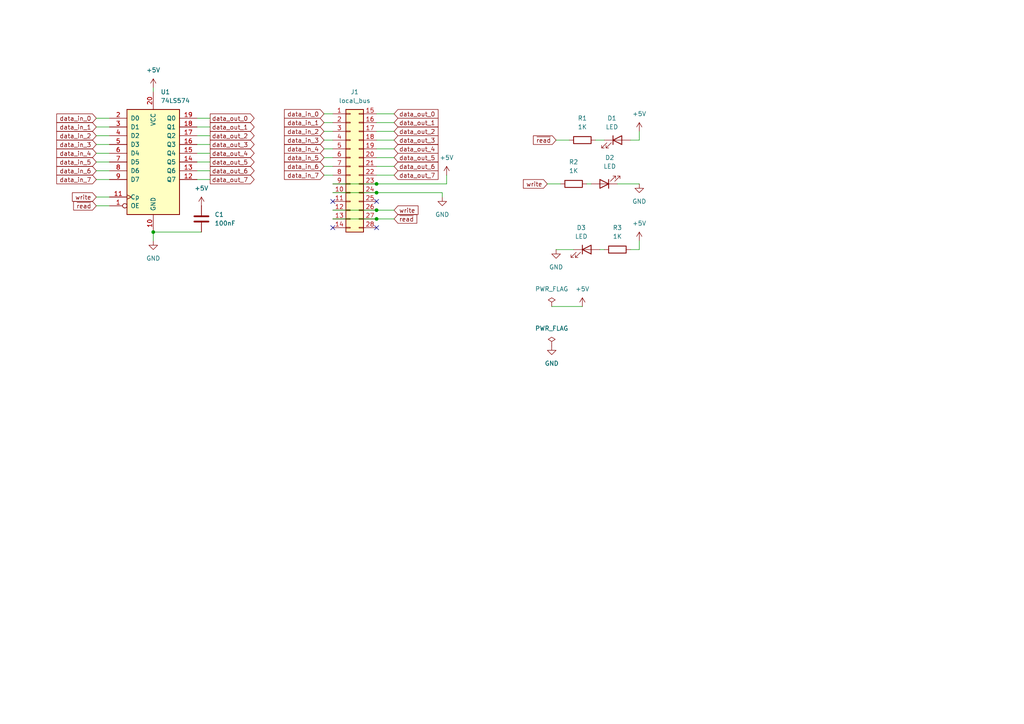
<source format=kicad_sch>
(kicad_sch (version 20250114) (generator "eeschema") (generator_version "9.0")
  (paper "A4")
  (lib_symbols
    (symbol "+5V_1" (power) (pin_numbers (hide yes)) (pin_names (offset 0) (hide yes))
      (property "Value" "+5V" (at 0 3.556 0))
      (symbol "+5V_1_0_1"
        (polyline (pts (xy -0.762 1.27) (xy 0 2.54)))
        (polyline (pts (xy 0 2.54) (xy 0.762 1.27)))
        (polyline (pts (xy 0 0) (xy 0 2.54)))
      )
      (symbol "+5V_1_1_1"
        (pin power_in line (at 0 0 90) (length 0) (name "~") (number "1"))
      )
    )
    (symbol "+5V_2" (power) (pin_numbers (hide yes)) (pin_names (offset 0) (hide yes))
      (property "Value" "+5V" (at 0 3.556 0))
      (symbol "+5V_2_0_1"
        (polyline (pts (xy -0.762 1.27) (xy 0 2.54)))
        (polyline (pts (xy 0 2.54) (xy 0.762 1.27)))
        (polyline (pts (xy 0 0) (xy 0 2.54)))
      )
      (symbol "+5V_2_1_1"
        (pin power_in line (at 0 0 90) (length 0) (name "~") (number "1"))
      )
    )
    (symbol "+5V_3" (power) (pin_numbers (hide yes)) (pin_names (offset 0) (hide yes))
      (property "Value" "+5V" (at 0 3.556 0))
      (symbol "+5V_3_0_1"
        (polyline (pts (xy -0.762 1.27) (xy 0 2.54)))
        (polyline (pts (xy 0 2.54) (xy 0.762 1.27)))
        (polyline (pts (xy 0 0) (xy 0 2.54)))
      )
      (symbol "+5V_3_1_1"
        (pin power_in line (at 0 0 90) (length 0) (name "~") (number "1"))
      )
    )
    (symbol "+5V_4" (power) (pin_numbers (hide yes)) (pin_names (offset 0) (hide yes))
      (property "Value" "+5V" (at 0 3.556 0))
      (symbol "+5V_4_0_1"
        (polyline (pts (xy -0.762 1.27) (xy 0 2.54)))
        (polyline (pts (xy 0 2.54) (xy 0.762 1.27)))
        (polyline (pts (xy 0 0) (xy 0 2.54)))
      )
      (symbol "+5V_4_1_1"
        (pin power_in line (at 0 0 90) (length 0) (name "~") (number "1"))
      )
    )
    (symbol "+5V_5" (power) (pin_numbers (hide yes)) (pin_names (offset 0) (hide yes))
      (property "Value" "+5V" (at 0 3.556 0))
      (symbol "+5V_5_0_1"
        (polyline (pts (xy -0.762 1.27) (xy 0 2.54)))
        (polyline (pts (xy 0 2.54) (xy 0.762 1.27)))
        (polyline (pts (xy 0 0) (xy 0 2.54)))
      )
      (symbol "+5V_5_1_1"
        (pin power_in line (at 0 0 90) (length 0) (name "~") (number "1"))
      )
    )
    (symbol "74xx:74LS574" (pin_names (offset 1.016))
      (property "Reference" "U" (at -7.62 16.51 0))
      (property "Value" "74LS574" (at -7.62 -16.51 0))
      (symbol "74LS574_1_0"
        (pin input line (at -12.7 12.7 0) (length 5.08) (name "D0") (number "2"))
        (pin input line (at -12.7 10.16 0) (length 5.08) (name "D1") (number "3"))
        (pin input line (at -12.7 7.62 0) (length 5.08) (name "D2") (number "4"))
        (pin input line (at -12.7 5.08 0) (length 5.08) (name "D3") (number "5"))
        (pin input line (at -12.7 2.54 0) (length 5.08) (name "D4") (number "6"))
        (pin input line (at -12.7 0 0) (length 5.08) (name "D5") (number "7"))
        (pin input line (at -12.7 -2.54 0) (length 5.08) (name "D6") (number "8"))
        (pin input line (at -12.7 -5.08 0) (length 5.08) (name "D7") (number "9"))
        (pin input clock (at -12.7 -10.16 0) (length 5.08) (name "Cp") (number "11"))
        (pin input inverted (at -12.7 -12.7 0) (length 5.08) (name "OE") (number "1"))
        (pin power_in line (at 0 20.32 270) (length 5.08) (name "VCC") (number "20"))
        (pin power_in line (at 0 -20.32 90) (length 5.08) (name "GND") (number "10"))
        (pin tri_state line (at 12.7 12.7 180) (length 5.08) (name "Q0") (number "19"))
        (pin tri_state line (at 12.7 10.16 180) (length 5.08) (name "Q1") (number "18"))
        (pin tri_state line (at 12.7 7.62 180) (length 5.08) (name "Q2") (number "17"))
        (pin tri_state line (at 12.7 5.08 180) (length 5.08) (name "Q3") (number "16"))
        (pin tri_state line (at 12.7 2.54 180) (length 5.08) (name "Q4") (number "15"))
        (pin tri_state line (at 12.7 0 180) (length 5.08) (name "Q5") (number "14"))
        (pin tri_state line (at 12.7 -2.54 180) (length 5.08) (name "Q6") (number "13"))
        (pin tri_state line (at 12.7 -5.08 180) (length 5.08) (name "Q7") (number "12"))
      )
      (symbol "74LS574_1_1"
        (rectangle (start -7.62 15.24) (end 7.62 -15.24) (stroke (width 0.254)) (fill (type background)))
      )
    )
    (symbol "Connector_Generic:Conn_02x14_Top_Bottom" (pin_names (offset 1.016) (hide yes))
      (property "Reference" "J" (at 1.27 17.78 0))
      (property "Value" "Conn_02x14_Top_Bottom" (at 1.27 -20.32 0))
      (symbol "Conn_02x14_Top_Bottom_1_1"
        (rectangle (start -1.27 16.51) (end 3.81 -19.05) (stroke (width 0.254)) (fill (type background)))
        (rectangle (start -1.27 15.367) (end 0 15.113) (stroke (width 0.1524)))
        (rectangle (start -1.27 12.827) (end 0 12.573) (stroke (width 0.1524)))
        (rectangle (start -1.27 10.287) (end 0 10.033) (stroke (width 0.1524)))
        (rectangle (start -1.27 7.747) (end 0 7.493) (stroke (width 0.1524)))
        (rectangle (start -1.27 5.207) (end 0 4.953) (stroke (width 0.1524)))
        (rectangle (start -1.27 2.667) (end 0 2.413) (stroke (width 0.1524)))
        (rectangle (start -1.27 0.127) (end 0 -0.127) (stroke (width 0.1524)))
        (rectangle (start -1.27 -2.413) (end 0 -2.667) (stroke (width 0.1524)))
        (rectangle (start -1.27 -4.953) (end 0 -5.207) (stroke (width 0.1524)))
        (rectangle (start -1.27 -7.493) (end 0 -7.747) (stroke (width 0.1524)))
        (rectangle (start -1.27 -10.033) (end 0 -10.287) (stroke (width 0.1524)))
        (rectangle (start -1.27 -12.573) (end 0 -12.827) (stroke (width 0.1524)))
        (rectangle (start -1.27 -15.113) (end 0 -15.367) (stroke (width 0.1524)))
        (rectangle (start -1.27 -17.653) (end 0 -17.907) (stroke (width 0.1524)))
        (rectangle (start 3.81 15.367) (end 2.54 15.113) (stroke (width 0.1524)))
        (rectangle (start 3.81 12.827) (end 2.54 12.573) (stroke (width 0.1524)))
        (rectangle (start 3.81 10.287) (end 2.54 10.033) (stroke (width 0.1524)))
        (rectangle (start 3.81 7.747) (end 2.54 7.493) (stroke (width 0.1524)))
        (rectangle (start 3.81 5.207) (end 2.54 4.953) (stroke (width 0.1524)))
        (rectangle (start 3.81 2.667) (end 2.54 2.413) (stroke (width 0.1524)))
        (rectangle (start 3.81 0.127) (end 2.54 -0.127) (stroke (width 0.1524)))
        (rectangle (start 3.81 -2.413) (end 2.54 -2.667) (stroke (width 0.1524)))
        (rectangle (start 3.81 -4.953) (end 2.54 -5.207) (stroke (width 0.1524)))
        (rectangle (start 3.81 -7.493) (end 2.54 -7.747) (stroke (width 0.1524)))
        (rectangle (start 3.81 -10.033) (end 2.54 -10.287) (stroke (width 0.1524)))
        (rectangle (start 3.81 -12.573) (end 2.54 -12.827) (stroke (width 0.1524)))
        (rectangle (start 3.81 -15.113) (end 2.54 -15.367) (stroke (width 0.1524)))
        (rectangle (start 3.81 -17.653) (end 2.54 -17.907) (stroke (width 0.1524)))
        (pin passive line (at -5.08 15.24 0) (length 3.81) (name "Pin_1") (number "1"))
        (pin passive line (at -5.08 12.7 0) (length 3.81) (name "Pin_2") (number "2"))
        (pin passive line (at -5.08 10.16 0) (length 3.81) (name "Pin_3") (number "3"))
        (pin passive line (at -5.08 7.62 0) (length 3.81) (name "Pin_4") (number "4"))
        (pin passive line (at -5.08 5.08 0) (length 3.81) (name "Pin_5") (number "5"))
        (pin passive line (at -5.08 2.54 0) (length 3.81) (name "Pin_6") (number "6"))
        (pin passive line (at -5.08 0 0) (length 3.81) (name "Pin_7") (number "7"))
        (pin passive line (at -5.08 -2.54 0) (length 3.81) (name "Pin_8") (number "8"))
        (pin passive line (at -5.08 -5.08 0) (length 3.81) (name "Pin_9") (number "9"))
        (pin passive line (at -5.08 -7.62 0) (length 3.81) (name "Pin_10") (number "10"))
        (pin passive line (at -5.08 -10.16 0) (length 3.81) (name "Pin_11") (number "11"))
        (pin passive line (at -5.08 -12.7 0) (length 3.81) (name "Pin_12") (number "12"))
        (pin passive line (at -5.08 -15.24 0) (length 3.81) (name "Pin_13") (number "13"))
        (pin passive line (at -5.08 -17.78 0) (length 3.81) (name "Pin_14") (number "14"))
        (pin passive line (at 7.62 15.24 180) (length 3.81) (name "Pin_15") (number "15"))
        (pin passive line (at 7.62 12.7 180) (length 3.81) (name "Pin_16") (number "16"))
        (pin passive line (at 7.62 10.16 180) (length 3.81) (name "Pin_17") (number "17"))
        (pin passive line (at 7.62 7.62 180) (length 3.81) (name "Pin_18") (number "18"))
        (pin passive line (at 7.62 5.08 180) (length 3.81) (name "Pin_19") (number "19"))
        (pin passive line (at 7.62 2.54 180) (length 3.81) (name "Pin_20") (number "20"))
        (pin passive line (at 7.62 0 180) (length 3.81) (name "Pin_21") (number "21"))
        (pin passive line (at 7.62 -2.54 180) (length 3.81) (name "Pin_22") (number "22"))
        (pin passive line (at 7.62 -5.08 180) (length 3.81) (name "Pin_23") (number "23"))
        (pin passive line (at 7.62 -7.62 180) (length 3.81) (name "Pin_24") (number "24"))
        (pin passive line (at 7.62 -10.16 180) (length 3.81) (name "Pin_25") (number "25"))
        (pin passive line (at 7.62 -12.7 180) (length 3.81) (name "Pin_26") (number "26"))
        (pin passive line (at 7.62 -15.24 180) (length 3.81) (name "Pin_27") (number "27"))
        (pin passive line (at 7.62 -17.78 180) (length 3.81) (name "Pin_28") (number "28"))
      )
    )
    (symbol "Device:C" (pin_numbers (hide yes)) (pin_names (offset 0.254))
      (property "Reference" "C" (at 0.635 2.54 0))
      (property "Value" "C" (at 0.635 -2.54 0))
      (symbol "C_0_1"
        (polyline (pts (xy -2.032 0.762) (xy 2.032 0.762)) (stroke (width 0.508)))
        (polyline (pts (xy -2.032 -0.762) (xy 2.032 -0.762)) (stroke (width 0.508)))
      )
      (symbol "C_1_1"
        (pin passive line (at 0 3.81 270) (length 2.794) (name "~") (number "1"))
        (pin passive line (at 0 -3.81 90) (length 2.794) (name "~") (number "2"))
      )
    )
    (symbol "Device:LED" (pin_numbers (hide yes)) (pin_names (offset 1.016) (hide yes))
      (property "Reference" "D" (at 0 2.54 0))
      (property "Value" "LED" (at 0 -2.54 0))
      (symbol "LED_0_1"
        (polyline (pts (xy -3.048 -0.762) (xy -4.572 -2.286) (xy -3.81 -2.286) (xy -4.572 -2.286) (xy -4.572 -1.524)))
        (polyline (pts (xy -1.778 -0.762) (xy -3.302 -2.286) (xy -2.54 -2.286) (xy -3.302 -2.286) (xy -3.302 -1.524)))
        (polyline (pts (xy -1.27 0) (xy 1.27 0)))
        (polyline (pts (xy -1.27 -1.27) (xy -1.27 1.27)) (stroke (width 0.254)))
        (polyline (pts (xy 1.27 -1.27) (xy 1.27 1.27) (xy -1.27 0) (xy 1.27 -1.27)) (stroke (width 0.254)))
      )
      (symbol "LED_1_1"
        (pin passive line (at -3.81 0 0) (length 2.54) (name "K") (number "1"))
        (pin passive line (at 3.81 0 180) (length 2.54) (name "A") (number "2"))
      )
    )
    (symbol "Device:R" (pin_numbers (hide yes)) (pin_names (offset 0))
      (property "Reference" "R" (at 2.032 0 90))
      (property "Value" "R" (at 0 0 90))
      (symbol "R_0_1"
        (rectangle (start -1.016 -2.54) (end 1.016 2.54) (stroke (width 0.254)))
      )
      (symbol "R_1_1"
        (pin passive line (at 0 3.81 270) (length 1.27) (name "~") (number "1"))
        (pin passive line (at 0 -3.81 90) (length 1.27) (name "~") (number "2"))
      )
    )
    (symbol "GND_1" (power) (pin_numbers (hide yes)) (pin_names (offset 0) (hide yes))
      (property "Value" "GND" (at 0 -3.81 0))
      (symbol "GND_1_0_1"
        (polyline (pts (xy 0 0) (xy 0 -1.27) (xy 1.27 -1.27) (xy 0 -2.54) (xy -1.27 -1.27) (xy 0 -1.27)))
      )
      (symbol "GND_1_1_1"
        (pin power_in line (at 0 0 270) (length 0) (name "~") (number "1"))
      )
    )
    (symbol "GND_2" (power) (pin_numbers (hide yes)) (pin_names (offset 0) (hide yes))
      (property "Value" "GND" (at 0 -3.81 0))
      (symbol "GND_2_0_1"
        (polyline (pts (xy 0 0) (xy 0 -1.27) (xy 1.27 -1.27) (xy 0 -2.54) (xy -1.27 -1.27) (xy 0 -1.27)))
      )
      (symbol "GND_2_1_1"
        (pin power_in line (at 0 0 270) (length 0) (name "~") (number "1"))
      )
    )
    (symbol "GND_3" (power) (pin_numbers (hide yes)) (pin_names (offset 0) (hide yes))
      (property "Value" "GND" (at 0 -3.81 0))
      (symbol "GND_3_0_1"
        (polyline (pts (xy 0 0) (xy 0 -1.27) (xy 1.27 -1.27) (xy 0 -2.54) (xy -1.27 -1.27) (xy 0 -1.27)))
      )
      (symbol "GND_3_1_1"
        (pin power_in line (at 0 0 270) (length 0) (name "~") (number "1"))
      )
    )
    (symbol "GND_4" (power) (pin_numbers (hide yes)) (pin_names (offset 0) (hide yes))
      (property "Value" "GND" (at 0 -3.81 0))
      (symbol "GND_4_0_1"
        (polyline (pts (xy 0 0) (xy 0 -1.27) (xy 1.27 -1.27) (xy 0 -2.54) (xy -1.27 -1.27) (xy 0 -1.27)))
      )
      (symbol "GND_4_1_1"
        (pin power_in line (at 0 0 270) (length 0) (name "~") (number "1"))
      )
    )
    (symbol "power:PWR_FLAG" (power) (pin_numbers (hide yes)) (pin_names (offset 0) (hide yes))
      (property "Value" "PWR_FLAG" (at 0 3.81 0))
      (symbol "PWR_FLAG_0_0"
        (pin power_out line (at 0 0 90) (length 0) (name "~") (number "1"))
      )
      (symbol "PWR_FLAG_0_1"
        (polyline (pts (xy 0 0) (xy 0 1.27) (xy -1.016 1.905) (xy 0 2.54) (xy 1.016 1.905) (xy 0 1.27)))
      )
    )
  )
  (junction (at 109.22 53.34))
  (junction (at 109.22 55.88))
  (junction (at 109.22 60.96))
  (junction (at 44.45 67.31))
  (junction (at 109.22 63.5))
  (no_connect (at 109.22 58.42))
  (no_connect (at 96.52 58.42))
  (no_connect (at 109.22 66.04))
  (no_connect (at 96.52 66.04))
  (wire (pts (xy 185.42 38.1) (xy 185.42 40.64)))
  (wire (pts (xy 27.94 34.29) (xy 31.75 34.29)))
  (wire (pts (xy 109.22 63.5) (xy 114.3 63.5)))
  (wire (pts (xy 93.98 40.64) (xy 96.52 40.64)))
  (wire (pts (xy 96.52 55.88) (xy 109.22 55.88)))
  (wire (pts (xy 57.15 44.45) (xy 60.96 44.45)))
  (wire (pts (xy 27.94 41.91) (xy 31.75 41.91)))
  (wire (pts (xy 128.27 55.88) (xy 128.27 57.15)))
  (wire (pts (xy 57.15 41.91) (xy 60.96 41.91)))
  (wire (pts (xy 57.15 52.07) (xy 60.96 52.07)))
  (wire (pts (xy 93.98 48.26) (xy 96.52 48.26)))
  (wire (pts (xy 93.98 35.56) (xy 96.52 35.56)))
  (wire (pts (xy 27.94 39.37) (xy 31.75 39.37)))
  (wire (pts (xy 109.22 35.56) (xy 114.3 35.56)))
  (wire (pts (xy 173.99 72.39) (xy 175.26 72.39)))
  (wire (pts (xy 44.45 67.31) (xy 58.42 67.31)))
  (wire (pts (xy 57.15 49.53) (xy 60.96 49.53)))
  (wire (pts (xy 170.18 53.34) (xy 171.45 53.34)))
  (wire (pts (xy 109.22 38.1) (xy 114.3 38.1)))
  (wire (pts (xy 27.94 59.69) (xy 31.75 59.69)))
  (wire (pts (xy 27.94 46.99) (xy 31.75 46.99)))
  (wire (pts (xy 57.15 34.29) (xy 60.96 34.29)))
  (wire (pts (xy 57.15 39.37) (xy 60.96 39.37)))
  (wire (pts (xy 109.22 33.02) (xy 114.3 33.02)))
  (wire (pts (xy 109.22 55.88) (xy 128.27 55.88)))
  (wire (pts (xy 158.75 53.34) (xy 162.56 53.34)))
  (wire (pts (xy 109.22 53.34) (xy 129.54 53.34)))
  (wire (pts (xy 109.22 48.26) (xy 114.3 48.26)))
  (wire (pts (xy 27.94 57.15) (xy 31.75 57.15)))
  (wire (pts (xy 109.22 60.96) (xy 114.3 60.96)))
  (wire (pts (xy 179.07 53.34) (xy 185.42 53.34)))
  (wire (pts (xy 182.88 40.64) (xy 185.42 40.64)))
  (wire (pts (xy 161.29 40.64) (xy 165.1 40.64)))
  (wire (pts (xy 93.98 45.72) (xy 96.52 45.72)))
  (wire (pts (xy 44.45 69.85) (xy 44.45 67.31)))
  (wire (pts (xy 129.54 53.34) (xy 129.54 50.8)))
  (wire (pts (xy 93.98 38.1) (xy 96.52 38.1)))
  (wire (pts (xy 185.42 72.39) (xy 182.88 72.39)))
  (wire (pts (xy 93.98 43.18) (xy 96.52 43.18)))
  (wire (pts (xy 109.22 50.8) (xy 114.3 50.8)))
  (wire (pts (xy 185.42 69.85) (xy 185.42 72.39)))
  (wire (pts (xy 57.15 36.83) (xy 60.96 36.83)))
  (wire (pts (xy 27.94 44.45) (xy 31.75 44.45)))
  (wire (pts (xy 172.72 40.64) (xy 175.26 40.64)))
  (wire (pts (xy 57.15 46.99) (xy 60.96 46.99)))
  (wire (pts (xy 27.94 52.07) (xy 31.75 52.07)))
  (wire (pts (xy 96.52 53.34) (xy 109.22 53.34)))
  (wire (pts (xy 93.98 33.02) (xy 96.52 33.02)))
  (wire (pts (xy 160.02 88.9) (xy 168.91 88.9)))
  (wire (pts (xy 93.98 50.8) (xy 96.52 50.8)))
  (wire (pts (xy 27.94 36.83) (xy 31.75 36.83)))
  (wire (pts (xy 96.52 60.96) (xy 109.22 60.96)))
  (wire (pts (xy 109.22 40.64) (xy 114.3 40.64)))
  (wire (pts (xy 109.22 43.18) (xy 114.3 43.18)))
  (wire (pts (xy 44.45 25.4) (xy 44.45 26.67)))
  (wire (pts (xy 109.22 45.72) (xy 114.3 45.72)))
  (wire (pts (xy 27.94 49.53) (xy 31.75 49.53)))
  (wire (pts (xy 161.29 72.39) (xy 166.37 72.39)))
  (wire (pts (xy 96.52 63.5) (xy 109.22 63.5)))
  (global_label "data_out_2" (shape input) (at 114.3 38.1 0) (property "Intersheetrefs" "${INTERSHEET_REFS}" (effects (hide yes))))
  (global_label "data_in_2" (shape input) (at 27.94 39.37 180) (property "Intersheetrefs" "${INTERSHEET_REFS}" (effects (hide yes))))
  (global_label "data_out_4" (shape output) (at 60.96 44.45 0) (property "Intersheetrefs" "${INTERSHEET_REFS}" (effects (hide yes))))
  (global_label "data_out_5" (shape output) (at 60.96 46.99 0) (property "Intersheetrefs" "${INTERSHEET_REFS}" (effects (hide yes))))
  (global_label "data_in_3" (shape input) (at 27.94 41.91 180) (property "Intersheetrefs" "${INTERSHEET_REFS}" (effects (hide yes))))
  (global_label "data_in_2" (shape input) (at 93.98 38.1 180) (property "Intersheetrefs" "${INTERSHEET_REFS}" (effects (hide yes))))
  (global_label "~{read}" (shape input) (at 114.3 63.5 0) (property "Intersheetrefs" "${INTERSHEET_REFS}" (effects (hide yes))))
  (global_label "data_in_1" (shape input) (at 27.94 36.83 180) (property "Intersheetrefs" "${INTERSHEET_REFS}" (effects (hide yes))))
  (global_label "data_out_0" (shape input) (at 114.3 33.02 0) (property "Intersheetrefs" "${INTERSHEET_REFS}" (effects (hide yes))))
  (global_label "data_in_1" (shape input) (at 93.98 35.56 180) (property "Intersheetrefs" "${INTERSHEET_REFS}" (effects (hide yes))))
  (global_label "data_in_0" (shape input) (at 27.94 34.29 180) (property "Intersheetrefs" "${INTERSHEET_REFS}" (effects (hide yes))))
  (global_label "data_in_6" (shape input) (at 93.98 48.26 180) (property "Intersheetrefs" "${INTERSHEET_REFS}" (effects (hide yes))))
  (global_label "data_in_4" (shape input) (at 27.94 44.45 180) (property "Intersheetrefs" "${INTERSHEET_REFS}" (effects (hide yes))))
  (global_label "data_in_7" (shape input) (at 27.94 52.07 180) (property "Intersheetrefs" "${INTERSHEET_REFS}" (effects (hide yes))))
  (global_label "data_in_5" (shape input) (at 93.98 45.72 180) (property "Intersheetrefs" "${INTERSHEET_REFS}" (effects (hide yes))))
  (global_label "data_out_4" (shape input) (at 114.3 43.18 0) (property "Intersheetrefs" "${INTERSHEET_REFS}" (effects (hide yes))))
  (global_label "data_out_3" (shape input) (at 114.3 40.64 0) (property "Intersheetrefs" "${INTERSHEET_REFS}" (effects (hide yes))))
  (global_label "data_out_6" (shape input) (at 114.3 48.26 0) (property "Intersheetrefs" "${INTERSHEET_REFS}" (effects (hide yes))))
  (global_label "data_in_3" (shape input) (at 93.98 40.64 180) (property "Intersheetrefs" "${INTERSHEET_REFS}" (effects (hide yes))))
  (global_label "data_out_2" (shape output) (at 60.96 39.37 0) (property "Intersheetrefs" "${INTERSHEET_REFS}" (effects (hide yes))))
  (global_label "data_out_3" (shape output) (at 60.96 41.91 0) (property "Intersheetrefs" "${INTERSHEET_REFS}" (effects (hide yes))))
  (global_label "data_in_4" (shape input) (at 93.98 43.18 180) (property "Intersheetrefs" "${INTERSHEET_REFS}" (effects (hide yes))))
  (global_label "data_out_1" (shape input) (at 114.3 35.56 0) (property "Intersheetrefs" "${INTERSHEET_REFS}" (effects (hide yes))))
  (global_label "data_out_7" (shape output) (at 60.96 52.07 0) (property "Intersheetrefs" "${INTERSHEET_REFS}" (effects (hide yes))))
  (global_label "write" (shape input) (at 158.75 53.34 180) (property "Intersheetrefs" "${INTERSHEET_REFS}" (effects (hide yes))))
  (global_label "data_in_6" (shape input) (at 27.94 49.53 180) (property "Intersheetrefs" "${INTERSHEET_REFS}" (effects (hide yes))))
  (global_label "data_out_7" (shape input) (at 114.3 50.8 0) (property "Intersheetrefs" "${INTERSHEET_REFS}" (effects (hide yes))))
  (global_label "~{read}" (shape input) (at 27.94 59.69 180) (property "Intersheetrefs" "${INTERSHEET_REFS}" (effects (hide yes))))
  (global_label "data_out_5" (shape input) (at 114.3 45.72 0) (property "Intersheetrefs" "${INTERSHEET_REFS}" (effects (hide yes))))
  (global_label "write" (shape input) (at 114.3 60.96 0) (property "Intersheetrefs" "${INTERSHEET_REFS}" (effects (hide yes))))
  (global_label "data_out_0" (shape output) (at 60.96 34.29 0) (property "Intersheetrefs" "${INTERSHEET_REFS}" (effects (hide yes))))
  (global_label "data_in_7" (shape input) (at 93.98 50.8 180) (property "Intersheetrefs" "${INTERSHEET_REFS}" (effects (hide yes))))
  (global_label "data_in_0" (shape input) (at 93.98 33.02 180) (property "Intersheetrefs" "${INTERSHEET_REFS}" (effects (hide yes))))
  (global_label "write" (shape input) (at 27.94 57.15 180) (property "Intersheetrefs" "${INTERSHEET_REFS}" (effects (hide yes))))
  (global_label "data_in_5" (shape input) (at 27.94 46.99 180) (property "Intersheetrefs" "${INTERSHEET_REFS}" (effects (hide yes))))
  (global_label "~{read}" (shape input) (at 161.29 40.64 180) (property "Intersheetrefs" "${INTERSHEET_REFS}" (effects (hide yes))))
  (global_label "data_out_1" (shape output) (at 60.96 36.83 0) (property "Intersheetrefs" "${INTERSHEET_REFS}" (effects (hide yes))))
  (global_label "data_out_6" (shape output) (at 60.96 49.53 0) (property "Intersheetrefs" "${INTERSHEET_REFS}" (effects (hide yes))))
  (symbol (lib_name "GND_4") (lib_id "power:GND") (at 185.42 53.34 0) (unit 1)
    (property "Reference" "#PWR09" (effects (hide yes)))
    (property "Value" "GND" (at 185.42 58.42 0))
    (property "Description" "Power symbol creates a global label with name \"GND\" , ground" (effects (hide yes)))
  )
  (symbol (lib_id "Device:LED") (at 179.07 40.64 0) (unit 1)
    (property "Reference" "D1" (at 177.4825 34.29 0))
    (property "Value" "LED" (at 177.4825 36.83 0))
    (property "Footprint" "LED_THT:LED_D5.0mm" (effects (hide yes)))
    (property "Description" "Light emitting diode" (effects (hide yes)))
    (property "Sim.Pins" "1=K 2=A" (effects (hide yes)))
  )
  (symbol (lib_name "+5V_1") (lib_id "power:+5V") (at 44.45 25.4 0) (unit 1)
    (property "Reference" "#PWR01" (effects (hide yes)))
    (property "Value" "+5V" (at 44.45 20.32 0))
    (property "Description" "Power symbol creates a global label with name \"+5V\"" (effects (hide yes)))
  )
  (symbol (lib_id "Device:LED") (at 170.18 72.39 0) (unit 1)
    (property "Reference" "D3" (at 168.5925 66.04 0))
    (property "Value" "LED" (at 168.5925 68.58 0))
    (property "Footprint" "LED_THT:LED_D5.0mm" (effects (hide yes)))
    (property "Description" "Light emitting diode" (effects (hide yes)))
    (property "Sim.Pins" "1=K 2=A" (effects (hide yes)))
  )
  (symbol (lib_name "GND_1") (lib_id "power:GND") (at 128.27 57.15 0) (unit 1)
    (property "Reference" "#PWR03" (effects (hide yes)))
    (property "Value" "GND" (at 128.27 62.23 0))
    (property "Description" "Power symbol creates a global label with name \"GND\" , ground" (effects (hide yes)))
  )
  (symbol (lib_name "+5V_4") (lib_id "power:+5V") (at 58.42 59.69 0) (unit 1)
    (property "Reference" "#PWR07" (effects (hide yes)))
    (property "Value" "+5V" (at 58.42 54.61 0))
    (property "Description" "Power symbol creates a global label with name \"+5V\"" (effects (hide yes)))
  )
  (symbol (lib_id "Device:R") (at 168.91 40.64 90) (unit 1)
    (property "Reference" "R1" (at 168.91 34.29 90))
    (property "Value" "1K" (at 168.91 36.83 90))
    (property "Footprint" "Resistor_THT:R_Axial_DIN0207_L6.3mm_D2.5mm_P7.62mm_Horizontal" (effects (hide yes)))
  )
  (symbol (lib_id "Connector_Generic:Conn_02x14_Top_Bottom") (at 101.6 48.26 0) (unit 1)
    (property "Reference" "J1" (at 102.87 26.67 0))
    (property "Value" "local_bus" (at 102.87 29.21 0))
    (property "Footprint" "edge_connector:edge-conector-14" (effects (hide yes)))
  )
  (symbol (lib_id "Device:R") (at 166.37 53.34 90) (unit 1)
    (property "Reference" "R2" (at 166.37 46.99 90))
    (property "Value" "1K" (at 166.37 49.53 90))
    (property "Footprint" "Resistor_THT:R_Axial_DIN0207_L6.3mm_D2.5mm_P7.62mm_Horizontal" (effects (hide yes)))
  )
  (symbol (lib_id "Device:R") (at 179.07 72.39 90) (unit 1)
    (property "Reference" "R3" (at 179.07 66.04 90))
    (property "Value" "1K" (at 179.07 68.58 90))
    (property "Footprint" "Resistor_THT:R_Axial_DIN0207_L6.3mm_D2.5mm_P7.62mm_Horizontal" (effects (hide yes)))
  )
  (symbol (lib_name "GND_3") (lib_id "power:GND") (at 44.45 69.85 0) (unit 1)
    (property "Reference" "#PWR06" (effects (hide yes)))
    (property "Value" "GND" (at 44.45 74.93 0))
    (property "Description" "Power symbol creates a global label with name \"GND\" , ground" (effects (hide yes)))
  )
  (symbol (lib_name "+5V_5") (lib_id "power:+5V") (at 185.42 38.1 0) (unit 1)
    (property "Reference" "#PWR08" (effects (hide yes)))
    (property "Value" "+5V" (at 185.42 33.02 0))
    (property "Description" "Power symbol creates a global label with name \"+5V\"" (effects (hide yes)))
  )
  (symbol (lib_name "+5V_3") (lib_id "power:+5V") (at 168.91 88.9 0) (unit 1)
    (property "Reference" "#PWR04" (effects (hide yes)))
    (property "Value" "+5V" (at 168.91 83.82 0))
    (property "Description" "Power symbol creates a global label with name \"+5V\"" (effects (hide yes)))
  )
  (symbol (lib_name "+5V_2") (lib_id "power:+5V") (at 129.54 50.8 0) (unit 1)
    (property "Reference" "#PWR02" (effects (hide yes)))
    (property "Value" "+5V" (at 129.54 45.72 0))
    (property "Description" "Power symbol creates a global label with name \"+5V\"" (effects (hide yes)))
  )
  (symbol (lib_name "+5V_5") (lib_id "power:+5V") (at 185.42 69.85 0) (unit 1)
    (property "Reference" "#PWR011" (effects (hide yes)))
    (property "Value" "+5V" (at 185.42 64.77 0))
    (property "Description" "Power symbol creates a global label with name \"+5V\"" (effects (hide yes)))
  )
  (symbol (lib_name "GND_4") (lib_id "power:GND") (at 161.29 72.39 0) (unit 1)
    (property "Reference" "#PWR010" (effects (hide yes)))
    (property "Value" "GND" (at 161.29 77.47 0))
    (property "Description" "Power symbol creates a global label with name \"GND\" , ground" (effects (hide yes)))
  )
  (symbol (lib_id "power:PWR_FLAG") (at 160.02 88.9 0) (unit 1)
    (property "Reference" "#FLG01" (effects (hide yes)))
    (property "Value" "PWR_FLAG" (at 160.02 83.82 0))
    (property "Description" "Special symbol for telling ERC where power comes from" (effects (hide yes)))
  )
  (symbol (lib_name "GND_2") (lib_id "power:GND") (at 160.02 100.33 0) (unit 1)
    (property "Reference" "#PWR05" (effects (hide yes)))
    (property "Value" "GND" (at 160.02 105.41 0))
    (property "Description" "Power symbol creates a global label with name \"GND\" , ground" (effects (hide yes)))
  )
  (symbol (lib_id "Device:C") (at 58.42 63.5 0) (unit 1)
    (property "Reference" "C1" (at 62.23 62.2299 0) (effects (justify left)))
    (property "Value" "100nF" (at 62.23 64.7699 0) (effects (justify left)))
    (property "Footprint" "Capacitor_THT:C_Disc_D5.1mm_W3.2mm_P5.00mm" (effects (hide yes)))
  )
  (symbol (lib_id "74xx:74LS574") (at 44.45 46.99 0) (unit 1)
    (property "Reference" "U1" (at 46.5933 26.67 0) (effects (justify left)))
    (property "Value" "74LS574" (at 46.5933 29.21 0) (effects (justify left)))
    (property "Footprint" "Package_DIP:DIP-20_W7.62mm" (effects (hide yes)))
    (property "Datasheet" "http://www.ti.com/lit/gpn/sn74LS574" (effects (hide yes)))
    (property "Description" "8-bit Register, 3-state outputs" (effects (hide yes)))
  )
  (symbol (lib_id "Device:LED") (at 175.26 53.34 180) (unit 1)
    (property "Reference" "D2" (at 176.8475 45.72 0))
    (property "Value" "LED" (at 176.8475 48.26 0))
    (property "Footprint" "LED_THT:LED_D5.0mm" (effects (hide yes)))
    (property "Description" "Light emitting diode" (effects (hide yes)))
    (property "Sim.Pins" "1=K 2=A" (effects (hide yes)))
  )
  (symbol (lib_id "power:PWR_FLAG") (at 160.02 100.33 0) (unit 1)
    (property "Reference" "#FLG02" (effects (hide yes)))
    (property "Value" "PWR_FLAG" (at 160.02 95.25 0))
    (property "Description" "Special symbol for telling ERC where power comes from" (effects (hide yes)))
  )
)
</source>
